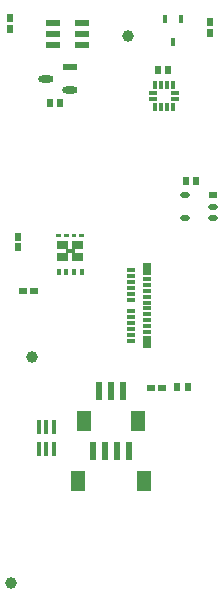
<source format=gbr>
%TF.GenerationSoftware,Altium Limited,Altium Designer,24.6.1 (21)*%
G04 Layer_Color=128*
%FSLAX45Y45*%
%MOMM*%
%TF.SameCoordinates,189501FC-2F9B-42A0-9727-E85274D5E768*%
%TF.FilePolarity,Positive*%
%TF.FileFunction,Paste,Bot*%
%TF.Part,Single*%
G01*
G75*
%TA.AperFunction,SMDPad,CuDef*%
%ADD11R,0.60000X0.70000*%
G04:AMPARAMS|DCode=12|XSize=1.21mm|YSize=0.59mm|CornerRadius=0.07375mm|HoleSize=0mm|Usage=FLASHONLY|Rotation=0.000|XOffset=0mm|YOffset=0mm|HoleType=Round|Shape=RoundedRectangle|*
%AMROUNDEDRECTD12*
21,1,1.21000,0.44250,0,0,0.0*
21,1,1.06250,0.59000,0,0,0.0*
1,1,0.14750,0.53125,-0.22125*
1,1,0.14750,-0.53125,-0.22125*
1,1,0.14750,-0.53125,0.22125*
1,1,0.14750,0.53125,0.22125*
%
%ADD12ROUNDEDRECTD12*%
%ADD20R,0.70000X0.60000*%
%ADD23R,0.60000X0.64000*%
%ADD39R,0.40000X0.60000*%
%ADD41R,0.40000X0.75000*%
%ADD42O,0.80000X0.55000*%
%ADD43R,0.80000X0.55000*%
%ADD44O,1.30000X0.60000*%
%ADD45R,1.30000X0.60000*%
G04:AMPARAMS|DCode=46|XSize=1.24mm|YSize=0.4mm|CornerRadius=0.1mm|HoleSize=0mm|Usage=FLASHONLY|Rotation=270.000|XOffset=0mm|YOffset=0mm|HoleType=Round|Shape=RoundedRectangle|*
%AMROUNDEDRECTD46*
21,1,1.24000,0.20000,0,0,270.0*
21,1,1.04000,0.40000,0,0,270.0*
1,1,0.20000,-0.10000,-0.52000*
1,1,0.20000,-0.10000,0.52000*
1,1,0.20000,0.10000,0.52000*
1,1,0.20000,0.10000,-0.52000*
%
%ADD46ROUNDEDRECTD46*%
%TA.AperFunction,ConnectorPad*%
%ADD47R,0.70000X0.30000*%
%ADD48R,0.70000X1.00000*%
%TA.AperFunction,SMDPad,CuDef*%
%ADD49R,0.60000X1.55000*%
%ADD50R,1.20000X1.80000*%
%ADD52C,1.00000*%
%ADD53R,0.70000X0.30000*%
%ADD54R,0.30000X0.70000*%
G36*
X697500Y3082500D02*
X657500D01*
Y3107500D01*
X697500D01*
Y3082500D01*
D02*
G37*
G36*
X632500D02*
X592500D01*
Y3107500D01*
X632500D01*
Y3082500D01*
D02*
G37*
G36*
X567500D02*
X527500D01*
Y3107500D01*
X567500D01*
Y3082500D01*
D02*
G37*
G36*
X502500D02*
X462500D01*
Y3107500D01*
X502500D01*
Y3082500D01*
D02*
G37*
G36*
X688500Y2980500D02*
X619976D01*
Y2949500D01*
X688500D01*
Y2878500D01*
X595500D01*
Y2947524D01*
X564500D01*
Y2878500D01*
X471500D01*
Y2949500D01*
X540024D01*
Y2980500D01*
X471500D01*
Y3051500D01*
X564500D01*
Y2982542D01*
X567500Y2982476D01*
X592500D01*
X595500Y2982542D01*
Y3051500D01*
X688500D01*
Y2980500D01*
D02*
G37*
D11*
X1765000Y4903500D02*
D03*
Y4813500D02*
D03*
X72500Y4842500D02*
D03*
Y4932500D02*
D03*
X140000Y3085000D02*
D03*
Y2995000D02*
D03*
D12*
X680500Y4895000D02*
D03*
Y4800000D02*
D03*
Y4705000D02*
D03*
X429500D02*
D03*
Y4800000D02*
D03*
Y4895000D02*
D03*
D20*
X1267500Y1807500D02*
D03*
X1357500D02*
D03*
X272500Y2622500D02*
D03*
X182500D02*
D03*
D23*
X1574000Y1810000D02*
D03*
X1486000D02*
D03*
X1646500Y3552500D02*
D03*
X1558500D02*
D03*
X407000Y4217500D02*
D03*
X495000D02*
D03*
X1323500Y4495000D02*
D03*
X1411500D02*
D03*
D39*
X612500Y2782500D02*
D03*
X677500D02*
D03*
X547500D02*
D03*
X482500D02*
D03*
D41*
X1450000Y4735000D02*
D03*
X1515000Y4925000D02*
D03*
X1385000D02*
D03*
D42*
X1547500Y3245000D02*
D03*
Y3435000D02*
D03*
X1787500Y3245000D02*
D03*
Y3340000D02*
D03*
D43*
Y3435000D02*
D03*
D44*
X371640Y4424020D02*
D03*
X581640Y4329020D02*
D03*
D45*
Y4519020D02*
D03*
D46*
X312500Y1475000D02*
D03*
X377500D02*
D03*
X442500D02*
D03*
Y1288000D02*
D03*
X377500D02*
D03*
X312500D02*
D03*
D47*
X1095500Y2202500D02*
D03*
Y2252500D02*
D03*
Y2302500D02*
D03*
Y2352500D02*
D03*
Y2402500D02*
D03*
Y2452500D02*
D03*
Y2552500D02*
D03*
Y2602500D02*
D03*
Y2652500D02*
D03*
Y2702500D02*
D03*
Y2752500D02*
D03*
Y2802500D02*
D03*
X1225500Y2277500D02*
D03*
Y2327500D02*
D03*
Y2377500D02*
D03*
Y2427500D02*
D03*
Y2477500D02*
D03*
Y2527500D02*
D03*
Y2577500D02*
D03*
Y2627500D02*
D03*
Y2677500D02*
D03*
Y2727500D02*
D03*
D48*
Y2192500D02*
D03*
Y2812500D02*
D03*
D49*
X1074998Y1267497D02*
D03*
X774998Y1267499D02*
D03*
X974998D02*
D03*
X874998D02*
D03*
X825000Y1780002D02*
D03*
X1025000D02*
D03*
X925000D02*
D03*
D50*
X644998Y1014995D02*
D03*
X1204998Y1014996D02*
D03*
X695000Y1527499D02*
D03*
X1152500D02*
D03*
D52*
X80000Y155000D02*
D03*
X257500Y2065000D02*
D03*
X1065000Y4780000D02*
D03*
D53*
X1470000Y4252500D02*
D03*
Y4302500D02*
D03*
X1280000D02*
D03*
Y4252500D02*
D03*
D54*
X1450000Y4372500D02*
D03*
X1400000D02*
D03*
X1350000D02*
D03*
X1300000D02*
D03*
Y4182500D02*
D03*
X1350000D02*
D03*
X1400000D02*
D03*
X1450000D02*
D03*
%TF.MD5,9b1241702b3bca3d04b65ecbaa18bd3f*%
M02*

</source>
